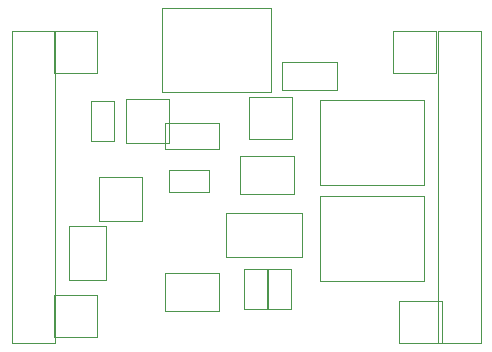
<source format=gbr>
G04 #@! TF.GenerationSoftware,KiCad,Pcbnew,(5.0.1)-3*
G04 #@! TF.CreationDate,2019-08-21T09:16:30-04:00*
G04 #@! TF.ProjectId,BMS Module,424D53204D6F64756C652E6B69636164,rev?*
G04 #@! TF.SameCoordinates,Original*
G04 #@! TF.FileFunction,Other,User*
%FSLAX46Y46*%
G04 Gerber Fmt 4.6, Leading zero omitted, Abs format (unit mm)*
G04 Created by KiCad (PCBNEW (5.0.1)-3) date 8/21/2019 9:16:30 AM*
%MOMM*%
%LPD*%
G01*
G04 APERTURE LIST*
%ADD10C,0.050000*%
G04 APERTURE END LIST*
D10*
G04 #@! TO.C,J4*
X85880000Y-46350000D02*
X76680000Y-46350000D01*
X76680000Y-53450000D02*
X76680000Y-46350000D01*
X85880000Y-53450000D02*
X76680000Y-53450000D01*
X85880000Y-46350000D02*
X85880000Y-53450000D01*
G04 #@! TO.C,F1*
X76968000Y-58270000D02*
X76968000Y-56030000D01*
X76968000Y-56030000D02*
X81528000Y-56030000D01*
X81528000Y-56030000D02*
X81528000Y-58270000D01*
X81528000Y-58270000D02*
X76968000Y-58270000D01*
G04 #@! TO.C,C2*
X83318000Y-62032000D02*
X83318000Y-58872000D01*
X83318000Y-58872000D02*
X87878000Y-58872000D01*
X87878000Y-58872000D02*
X87878000Y-62032000D01*
X87878000Y-62032000D02*
X83318000Y-62032000D01*
G04 #@! TO.C,C3*
X81528000Y-71938000D02*
X76968000Y-71938000D01*
X81528000Y-68778000D02*
X81528000Y-71938000D01*
X76968000Y-68778000D02*
X81528000Y-68778000D01*
X76968000Y-71938000D02*
X76968000Y-68778000D01*
G04 #@! TO.C,C1*
X71938000Y-69336000D02*
X68778000Y-69336000D01*
X68778000Y-69336000D02*
X68778000Y-64776000D01*
X68778000Y-64776000D02*
X71938000Y-64776000D01*
X71938000Y-64776000D02*
X71938000Y-69336000D01*
G04 #@! TO.C,J1*
X71142000Y-70590000D02*
X67542000Y-70590000D01*
X71142000Y-74190000D02*
X71142000Y-70590000D01*
X67542000Y-74190000D02*
X71142000Y-74190000D01*
X67542000Y-70590000D02*
X67542000Y-74190000D01*
G04 #@! TO.C,J3*
X67542000Y-48238000D02*
X67542000Y-51838000D01*
X67542000Y-51838000D02*
X71142000Y-51838000D01*
X71142000Y-51838000D02*
X71142000Y-48238000D01*
X71142000Y-48238000D02*
X67542000Y-48238000D01*
G04 #@! TO.C,J6*
X100352000Y-71098000D02*
X96752000Y-71098000D01*
X100352000Y-74698000D02*
X100352000Y-71098000D01*
X96752000Y-74698000D02*
X100352000Y-74698000D01*
X96752000Y-71098000D02*
X96752000Y-74698000D01*
G04 #@! TO.C,J7*
X96244000Y-48238000D02*
X96244000Y-51838000D01*
X96244000Y-51838000D02*
X99844000Y-51838000D01*
X99844000Y-51838000D02*
X99844000Y-48238000D01*
X99844000Y-48238000D02*
X96244000Y-48238000D01*
G04 #@! TO.C,J5*
X103654000Y-48238000D02*
X100054000Y-48238000D01*
X103654000Y-74688000D02*
X103654000Y-48238000D01*
X100054000Y-74688000D02*
X103654000Y-74688000D01*
X100054000Y-48238000D02*
X100054000Y-74688000D01*
G04 #@! TO.C,J2*
X63986000Y-48238000D02*
X63986000Y-74688000D01*
X63986000Y-74688000D02*
X67586000Y-74688000D01*
X67586000Y-74688000D02*
X67586000Y-48238000D01*
X67586000Y-48238000D02*
X63986000Y-48238000D01*
G04 #@! TO.C,D1*
X86804000Y-50920000D02*
X91504000Y-50920000D01*
X91504000Y-50920000D02*
X91504000Y-53220000D01*
X91504000Y-53220000D02*
X86804000Y-53220000D01*
X86804000Y-50920000D02*
X86804000Y-53220000D01*
G04 #@! TO.C,L1*
X84052000Y-53826000D02*
X84052000Y-57426000D01*
X84052000Y-57426000D02*
X87652000Y-57426000D01*
X87652000Y-57426000D02*
X87652000Y-53826000D01*
X87652000Y-53826000D02*
X84052000Y-53826000D01*
G04 #@! TO.C,U3*
X82144000Y-63682000D02*
X82144000Y-67382000D01*
X88544000Y-63682000D02*
X88544000Y-67382000D01*
X82144000Y-63682000D02*
X88544000Y-63682000D01*
X82144000Y-67382000D02*
X88544000Y-67382000D01*
G04 #@! TO.C,U4*
X90088000Y-54058000D02*
X90088000Y-61258000D01*
X90088000Y-61258000D02*
X98888000Y-61258000D01*
X98888000Y-61258000D02*
X98888000Y-54058000D01*
X98888000Y-54058000D02*
X90088000Y-54058000D01*
G04 #@! TO.C,U5*
X98888000Y-62186000D02*
X90088000Y-62186000D01*
X98888000Y-69386000D02*
X98888000Y-62186000D01*
X90088000Y-69386000D02*
X98888000Y-69386000D01*
X90088000Y-62186000D02*
X90088000Y-69386000D01*
G04 #@! TO.C,U1*
X77238000Y-57780000D02*
X73638000Y-57780000D01*
X77238000Y-53980000D02*
X77238000Y-57780000D01*
X73638000Y-53980000D02*
X77238000Y-53980000D01*
X73638000Y-57780000D02*
X73638000Y-53980000D01*
G04 #@! TO.C,U2*
X74952000Y-60584000D02*
X74952000Y-64384000D01*
X74952000Y-64384000D02*
X71352000Y-64384000D01*
X71352000Y-64384000D02*
X71352000Y-60584000D01*
X71352000Y-60584000D02*
X74952000Y-60584000D01*
G04 #@! TO.C,R3*
X87564000Y-68424000D02*
X87564000Y-71784000D01*
X85664000Y-68424000D02*
X87564000Y-68424000D01*
X85664000Y-71784000D02*
X85664000Y-68424000D01*
X87564000Y-71784000D02*
X85664000Y-71784000D01*
G04 #@! TO.C,R4*
X70678000Y-54200000D02*
X72578000Y-54200000D01*
X72578000Y-54200000D02*
X72578000Y-57560000D01*
X72578000Y-57560000D02*
X70678000Y-57560000D01*
X70678000Y-57560000D02*
X70678000Y-54200000D01*
G04 #@! TO.C,R2*
X83632000Y-71784000D02*
X83632000Y-68424000D01*
X85532000Y-71784000D02*
X83632000Y-71784000D01*
X85532000Y-68424000D02*
X85532000Y-71784000D01*
X83632000Y-68424000D02*
X85532000Y-68424000D01*
G04 #@! TO.C,R1*
X77314000Y-61910000D02*
X77314000Y-60010000D01*
X77314000Y-60010000D02*
X80674000Y-60010000D01*
X80674000Y-60010000D02*
X80674000Y-61910000D01*
X80674000Y-61910000D02*
X77314000Y-61910000D01*
G04 #@! TD*
M02*

</source>
